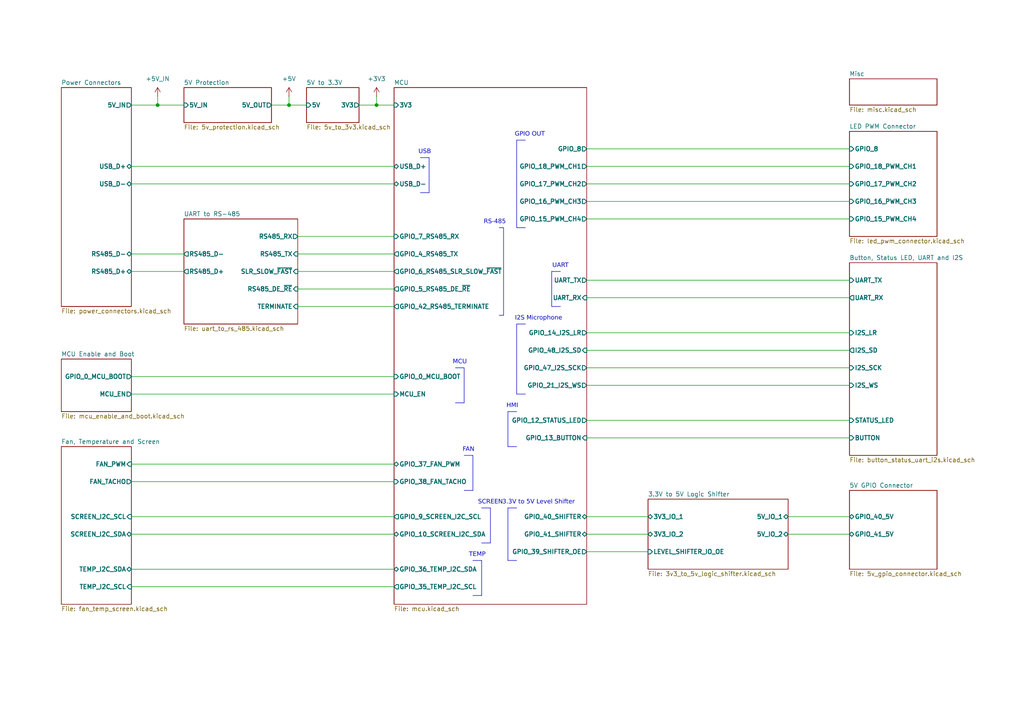
<source format=kicad_sch>
(kicad_sch (version 20231120) (generator "eeschema") (generator_version "8.0")
  (paper "A4")
  (title_block (title "AstraControl - Block Diagram") (date "2024-08-26") (rev "A") (company "LiveAstra Technologies"))
  (lib_symbols
    (symbol "LiveAstra:+5V_IN" (power) (pin_numbers hide) (pin_names (offset 0) hide)
      (property "Value" "+5V_IN" (at 0 3.556 0))
      (symbol "+5V_IN_0_1"
        (polyline (pts (xy -0.762 1.27) (xy 0 2.54)))
        (polyline (pts (xy 0 0) (xy 0 2.54)))
        (polyline (pts (xy 0 2.54) (xy 0.762 1.27)))
      )
      (symbol "+5V_IN_1_1"
        (pin power_in line (at 0 0 90) (length 0) (name "~") (number "1"))
      )
    )
    (symbol "power:+3V3" (power) (pin_numbers hide) (pin_names (offset 0) hide)
      (property "Value" "+3V3" (at 0 3.556 0))
      (symbol "+3V3_0_1"
        (polyline (pts (xy -0.762 1.27) (xy 0 2.54)))
        (polyline (pts (xy 0 0) (xy 0 2.54)))
        (polyline (pts (xy 0 2.54) (xy 0.762 1.27)))
      )
      (symbol "+3V3_1_1"
        (pin power_in line (at 0 0 90) (length 0) (name "~") (number "1"))
      )
    )
    (symbol "power:+5V" (power) (pin_numbers hide) (pin_names (offset 0) hide)
      (property "Value" "+5V" (at 0 3.556 0))
      (symbol "+5V_0_1"
        (polyline (pts (xy -0.762 1.27) (xy 0 2.54)))
        (polyline (pts (xy 0 0) (xy 0 2.54)))
        (polyline (pts (xy 0 2.54) (xy 0.762 1.27)))
      )
      (symbol "+5V_1_1"
        (pin power_in line (at 0 0 90) (length 0) (name "~") (number "1"))
      )
    )
  )
  (junction (at 109.22 30.48))
  (junction (at 83.82 30.48))
  (junction (at 45.72 30.48))
  (wire (pts (xy 38.1 139.7) (xy 114.3 139.7)))
  (wire (pts (xy 170.18 106.68) (xy 246.38 106.68)))
  (wire (pts (xy 170.18 48.26) (xy 246.38 48.26)))
  (wire (pts (xy 38.1 30.48) (xy 45.72 30.48)))
  (wire (pts (xy 86.36 88.9) (xy 114.3 88.9)))
  (wire (pts (xy 86.36 73.66) (xy 114.3 73.66)))
  (wire (pts (xy 38.1 154.94) (xy 114.3 154.94)))
  (wire (pts (xy 86.36 68.58) (xy 114.3 68.58)))
  (polyline (pts (xy 137.16 172.72) (xy 139.7 172.72)))
  (polyline (pts (xy 137.16 132.08) (xy 137.16 142.24)))
  (wire (pts (xy 38.1 73.66) (xy 53.34 73.66)))
  (polyline (pts (xy 139.7 147.32) (xy 142.24 147.32)))
  (polyline (pts (xy 134.62 106.68) (xy 134.62 116.84)))
  (polyline (pts (xy 144.78 66.04) (xy 146.05 66.04)))
  (polyline (pts (xy 149.86 66.04) (xy 152.4 66.04)))
  (polyline (pts (xy 144.78 91.44) (xy 146.05 91.44)))
  (polyline (pts (xy 124.46 45.72) (xy 124.46 55.88)))
  (wire (pts (xy 170.18 63.5) (xy 246.38 63.5)))
  (polyline (pts (xy 147.32 147.32) (xy 147.32 162.56)))
  (polyline (pts (xy 149.86 40.64) (xy 152.4 40.64)))
  (polyline (pts (xy 147.32 129.54) (xy 149.86 129.54)))
  (polyline (pts (xy 146.05 66.04) (xy 146.05 91.44)))
  (wire (pts (xy 170.18 58.42) (xy 246.38 58.42)))
  (wire (pts (xy 170.18 53.34) (xy 246.38 53.34)))
  (wire (pts (xy 170.18 86.36) (xy 246.38 86.36)))
  (polyline (pts (xy 139.7 162.56) (xy 139.7 172.72)))
  (wire (pts (xy 86.36 83.82) (xy 114.3 83.82)))
  (polyline (pts (xy 132.08 106.68) (xy 134.62 106.68)))
  (polyline (pts (xy 147.32 119.38) (xy 147.32 129.54)))
  (wire (pts (xy 170.18 154.94) (xy 187.96 154.94)))
  (polyline (pts (xy 160.02 78.74) (xy 160.02 78.74)))
  (wire (pts (xy 38.1 165.1) (xy 114.3 165.1)))
  (wire (pts (xy 45.72 27.94) (xy 45.72 30.48)))
  (wire (pts (xy 170.18 149.86) (xy 187.96 149.86)))
  (polyline (pts (xy 147.32 162.56) (xy 149.86 162.56)))
  (wire (pts (xy 38.1 114.3) (xy 114.3 114.3)))
  (wire (pts (xy 170.18 43.18) (xy 246.38 43.18)))
  (polyline (pts (xy 142.24 147.32) (xy 142.24 157.48)))
  (polyline (pts (xy 137.16 162.56) (xy 139.7 162.56)))
  (polyline (pts (xy 160.02 88.9) (xy 162.56 88.9)))
  (wire (pts (xy 83.82 27.94) (xy 83.82 30.48)))
  (wire (pts (xy 38.1 149.86) (xy 114.3 149.86)))
  (wire (pts (xy 86.36 78.74) (xy 114.3 78.74)))
  (wire (pts (xy 104.14 30.48) (xy 109.22 30.48)))
  (wire (pts (xy 228.6 154.94) (xy 246.38 154.94)))
  (polyline (pts (xy 121.92 45.72) (xy 124.46 45.72)))
  (polyline (pts (xy 147.32 119.38) (xy 149.86 119.38)))
  (wire (pts (xy 38.1 109.22) (xy 114.3 109.22)))
  (wire (pts (xy 38.1 53.34) (xy 114.3 53.34)))
  (wire (pts (xy 38.1 134.62) (xy 114.3 134.62)))
  (wire (pts (xy 45.72 30.48) (xy 53.34 30.48)))
  (polyline (pts (xy 121.92 55.88) (xy 124.46 55.88)))
  (wire (pts (xy 170.18 81.28) (xy 246.38 81.28)))
  (wire (pts (xy 83.82 30.48) (xy 88.9 30.48)))
  (wire (pts (xy 38.1 48.26) (xy 114.3 48.26)))
  (polyline (pts (xy 149.86 40.64) (xy 149.86 66.04)))
  (wire (pts (xy 38.1 78.74) (xy 53.34 78.74)))
  (wire (pts (xy 170.18 111.76) (xy 246.38 111.76)))
  (wire (pts (xy 170.18 101.6) (xy 246.38 101.6)))
  (polyline (pts (xy 139.7 157.48) (xy 142.24 157.48)))
  (wire (pts (xy 170.18 127) (xy 246.38 127)))
  (wire (pts (xy 170.18 121.92) (xy 246.38 121.92)))
  (polyline (pts (xy 134.62 142.24) (xy 137.16 142.24)))
  (wire (pts (xy 38.1 170.18) (xy 114.3 170.18)))
  (polyline (pts (xy 134.62 132.08) (xy 137.16 132.08)))
  (polyline (pts (xy 147.32 147.32) (xy 149.86 147.32)))
  (polyline (pts (xy 149.86 114.3) (xy 152.4 114.3)))
  (polyline (pts (xy 149.86 93.98) (xy 149.86 114.3)))
  (wire (pts (xy 170.18 160.02) (xy 187.96 160.02)))
  (wire (pts (xy 109.22 30.48) (xy 114.3 30.48)))
  (wire (pts (xy 109.22 27.94) (xy 109.22 30.48)))
  (wire (pts (xy 170.18 96.52) (xy 246.38 96.52)))
  (polyline (pts (xy 149.86 93.98) (xy 152.4 93.98)))
  (polyline (pts (xy 132.08 116.84) (xy 134.62 116.84)))
  (polyline (pts (xy 160.02 78.74) (xy 160.02 88.9)))
  (wire (pts (xy 228.6 149.86) (xy 246.38 149.86)))
  (polyline (pts (xy 160.02 78.74) (xy 162.56 78.74)))
  (wire (pts (xy 78.74 30.48) (xy 83.82 30.48)))
  (text "USB" (at 123.19 44.45 0) (effects (font (size 1.27 1.27))))
  (text "FAN" (at 135.89 130.81 0) (effects (font (size 1.27 1.27))))
  (text "GPIO OUT" (at 153.67 39.37 0) (effects (font (size 1.27 1.27))))
  (text "MCU" (at 133.35 105.41 0) (effects (font (size 1.27 1.27))))
  (text "3.3V to 5V Level Shifter" (at 156.21 146.05 0) (effects (font (size 1.27 1.27))))
  (text "I2S Microphone" (at 156.21 92.71 0) (effects (font (size 1.27 1.27))))
  (text "RS-485" (at 143.51 64.77 0) (effects (font (size 1.27 1.27))))
  (text "UART" (at 162.56 77.47 0) (effects (font (size 1.27 1.27))))
  (text "SCREEN" (at 142.24 146.05 0) (effects (font (size 1.27 1.27))))
  (text "HMI" (at 148.59 118.11 0) (effects (font (size 1.27 1.27))))
  (text "TEMP" (at 138.43 161.29 0) (effects (font (size 1.27 1.27))))
  (symbol (lib_id "LiveAstra:+5V_IN") (at 45.72 27.94 0) (unit 1)
    (property "Reference" "#PWR01" (effects (hide yes)))
    (property "Value" "+5V_IN" (at 45.72 22.86 0))
    (property "Description" "Power symbol creates a global label with name \"+5V_IN\"" (effects (hide yes)))
  )
  (symbol (lib_id "power:+5V") (at 83.82 27.94 0) (unit 1)
    (property "Reference" "#PWR02" (effects (hide yes)))
    (property "Value" "+5V" (at 83.82 22.86 0))
    (property "Description" "Power symbol creates a global label with name \"+5V\"" (effects (hide yes)))
  )
  (symbol (lib_id "power:+3V3") (at 109.22 27.94 0) (unit 1)
    (property "Reference" "#PWR03" (effects (hide yes)))
    (property "Value" "+3V3" (at 109.22 22.86 0))
    (property "Description" "Power symbol creates a global label with name \"+3V3\"" (effects (hide yes)))
  )
  (sheet (at 88.9 25.4) (size 15.24 10.16) (stroke (width 0.1524))
    (property "Sheetname" "5V to 3.3V" (at 88.9 24.6884 0) (effects (justify left bottom)))
    (property "Sheetfile" "5v_to_3v3.kicad_sch" (at 88.9 36.1446 0) (effects (justify left top)))
    (pin "3V3" output (at 104.14 30.48 0) (effects (font (thickness 0.254) (bold yes))))
    (pin "5V" input (at 88.9 30.48 180) (effects (font (thickness 0.254) (bold yes))))
  )
  (sheet (at 114.3 25.4) (size 55.88 149.86) (stroke (width 0.1524))
    (property "Sheetname" "MCU" (at 114.3 24.6884 0) (effects (justify left bottom)))
    (property "Sheetfile" "mcu.kicad_sch" (at 114.3 175.8446 0) (effects (justify left top)))
    (pin "3V3" input (at 114.3 30.48 180) (effects (font (thickness 0.254) (bold yes))))
    (pin "MCU_EN" input (at 114.3 114.3 180) (effects (font (thickness 0.254) (bold yes))))
    (pin "GPIO_0_MCU_BOOT" input (at 114.3 109.22 180) (effects (font (thickness 0.254) (bold yes))))
    (pin "USB_D-" bidirectional (at 114.3 53.34 180) (effects (font (thickness 0.254) (bold yes))))
    (pin "USB_D+" bidirectional (at 114.3 48.26 180) (effects (font (thickness 0.254) (bold yes))))
    (pin "UART_TX" output (at 170.18 81.28 0) (effects (font (thickness 0.254) (bold yes))))
    (pin "UART_RX" input (at 170.18 86.36 0) (effects (font (thickness 0.254) (bold yes))))
    (pin "GPIO_16_PWM_CH3" output (at 170.18 58.42 0) (effects (font (thickness 0.254) (bold yes))))
    (pin "GPIO_17_PWM_CH2" output (at 170.18 53.34 0) (effects (font (thickness 0.254) (bold yes))))
    (pin "GPIO_15_PWM_CH4" output (at 170.18 63.5 0) (effects (font (thickness 0.254) (bold yes))))
    (pin "GPIO_18_PWM_CH1" output (at 170.18 48.26 0) (effects (font (thickness 0.254) (bold yes))))
    (pin "GPIO_14_I2S_LR" output (at 170.18 96.52 0) (effects (font (thickness 0.254) (bold yes))))
    (pin "GPIO_21_I2S_WS" output (at 170.18 111.76 0) (effects (font (thickness 0.254) (bold yes))))
    (pin "GPIO_47_I2S_SCK" output (at 170.18 106.68 0) (effects (font (thickness 0.254) (bold yes))))
    (pin "GPIO_48_I2S_SD" input (at 170.18 101.6 0) (effects (font (thickness 0.254) (bold yes))))
    (pin "GPIO_13_BUTTON" input (at 170.18 127 0) (effects (font (thickness 0.254) (bold yes))))
    (pin "GPIO_12_STATUS_LED" output (at 170.18 121.92 0) (effects (font (thickness 0.254) (bold yes))))
    (pin "GPIO_9_SCREEN_I2C_SCL" output (at 114.3 149.86 180) (effects (font (thickness 0.254) (bold yes))))
    (pin "GPIO_10_SCREEN_I2C_SDA" bidirectional (at 114.3 154.94 180) (effects (font (thickness 0.254) (bold yes))))
    (pin "GPIO_38_FAN_TACHO" input (at 114.3 139.7 180) (effects (font (thickness 0.254) (bold yes))))
    (pin "GPIO_36_TEMP_I2C_SDA" bidirectional (at 114.3 165.1 180) (effects (font (thickness 0.254) (bold yes))))
    (pin "GPIO_37_FAN_PWM" bidirectional (at 114.3 134.62 180) (effects (font (thickness 0.254) (bold yes))))
    (pin "GPIO_35_TEMP_I2C_SCL" output (at 114.3 170.18 180) (effects (font (thickness 0.254) (bold yes))))
    (pin "GPIO_4_RS485_TX" output (at 114.3 73.66 180) (effects (font (thickness 0.254) (bold yes))))
    (pin "GPIO_6_RS485_SLR_SLOW_~{FAST}" output (at 114.3 78.74 180) (effects (font (thickness 0.254) (bold yes))))
    (pin "GPIO_5_RS485_DE_~{RE}" output (at 114.3 83.82 180) (effects (font (thickness 0.254) (bold yes))))
    (pin "GPIO_7_RS485_RX" input (at 114.3 68.58 180) (effects (font (thickness 0.254) (bold yes))))
    (pin "GPIO_40_SHIFTER" bidirectional (at 170.18 149.86 0) (effects (font (thickness 0.254) (bold yes))))
    (pin "GPIO_41_SHIFTER" bidirectional (at 170.18 154.94 0) (effects (font (thickness 0.254) (bold yes))))
    (pin "GPIO_42_RS485_TERMINATE" output (at 114.3 88.9 180) (effects (font (thickness 0.254) (bold yes))))
    (pin "GPIO_39_SHIFTER_OE" output (at 170.18 160.02 0) (effects (font (thickness 0.254) (bold yes))))
    (pin "GPIO_8" output (at 170.18 43.18 0) (effects (font (thickness 0.254) (bold yes))))
  )
  (sheet (at 246.38 76.2) (size 25.4 55.88) (stroke (width 0.1524))
    (property "Sheetname" "Button, Status LED, UART and I2S" (at 246.38 75.4884 0) (effects (justify left bottom)))
    (property "Sheetfile" "button_status_uart_i2s.kicad_sch" (at 246.38 132.6646 0) (effects (justify left top)))
    (pin "UART_TX" input (at 246.38 81.28 180) (effects (font (thickness 0.254) (bold yes))))
    (pin "UART_RX" output (at 246.38 86.36 180) (effects (font (thickness 0.254) (bold yes))))
    (pin "BUTTON" input (at 246.38 127 180) (effects (font (thickness 0.254) (bold yes))))
    (pin "STATUS_LED" input (at 246.38 121.92 180) (effects (font (thickness 0.254) (bold yes))))
    (pin "I2S_WS" input (at 246.38 111.76 180) (effects (font (thickness 0.254) (bold yes))))
    (pin "I2S_SCK" input (at 246.38 106.68 180) (effects (font (thickness 0.254) (bold yes))))
    (pin "I2S_LR" input (at 246.38 96.52 180) (effects (font (thickness 0.254) (bold yes))))
    (pin "I2S_SD" output (at 246.38 101.6 180) (effects (font (thickness 0.254) (bold yes))))
  )
  (sheet (at 246.38 142.24) (size 25.4 22.86) (stroke (width 0.1524))
    (property "Sheetname" "5V GPIO Connector" (at 246.38 141.5284 0) (effects (justify left bottom)))
    (property "Sheetfile" "5v_gpio_connector.kicad_sch" (at 246.38 165.6846 0) (effects (justify left top)))
    (pin "GPIO_40_5V" bidirectional (at 246.38 149.86 180) (effects (font (thickness 0.254) (bold yes))))
    (pin "GPIO_41_5V" bidirectional (at 246.38 154.94 180) (effects (font (thickness 0.254) (bold yes))))
  )
  (sheet (at 53.34 63.5) (size 33.02 30.48) (stroke (width 0.1524))
    (property "Sheetname" "UART to RS-485" (at 53.34 62.7884 0) (effects (justify left bottom)))
    (property "Sheetfile" "uart_to_rs_485.kicad_sch" (at 53.34 94.5646 0) (effects (justify left top)))
    (pin "RS485_TX" input (at 86.36 73.66 0) (effects (font (thickness 0.254) (bold yes))))
    (pin "SLR_SLOW_~{FAST}" input (at 86.36 78.74 0) (effects (font (thickness 0.254) (bold yes))))
    (pin "RS485_DE_~{RE}" input (at 86.36 83.82 0) (effects (font (thickness 0.254) (bold yes))))
    (pin "TERMINATE" input (at 86.36 88.9 0) (effects (font (thickness 0.254) (bold yes))))
    (pin "RS485_D+" output (at 53.34 78.74 180) (effects (font (thickness 0.254) (bold yes))))
    (pin "RS485_D-" output (at 53.34 73.66 180) (effects (font (thickness 0.254) (bold yes))))
    (pin "RS485_RX" output (at 86.36 68.58 0) (effects (font (thickness 0.254) (bold yes))))
  )
  (sheet (at 17.78 129.54) (size 20.32 45.72) (stroke (width 0.1524))
    (property "Sheetname" "Fan, Temperature and Screen" (at 17.78 128.8284 0) (effects (justify left bottom)))
    (property "Sheetfile" "fan_temp_screen.kicad_sch" (at 17.78 175.8446 0) (effects (justify left top)))
    (pin "SCREEN_I2C_SDA" bidirectional (at 38.1 154.94 0) (effects (font (thickness 0.254) (bold yes))))
    (pin "FAN_TACHO" output (at 38.1 139.7 0) (effects (font (thickness 0.254) (bold yes))))
    (pin "TEMP_I2C_SDA" bidirectional (at 38.1 165.1 0) (effects (font (thickness 0.254) (bold yes))))
    (pin "SCREEN_I2C_SCL" input (at 38.1 149.86 0) (effects (font (thickness 0.254) (bold yes))))
    (pin "TEMP_I2C_SCL" input (at 38.1 170.18 0) (effects (font (thickness 0.254) (bold yes))))
    (pin "FAN_PWM" input (at 38.1 134.62 0) (effects (font (thickness 0.254) (bold yes))))
  )
  (sheet (at 187.96 144.78) (size 40.64 20.32) (stroke (width 0.1524))
    (property "Sheetname" "3.3V to 5V Logic Shifter" (at 187.96 144.0684 0) (effects (justify left bottom)))
    (property "Sheetfile" "3v3_to_5v_logic_shifter.kicad_sch" (at 187.96 165.6846 0) (effects (justify left top)))
    (pin "3V3_IO_1" bidirectional (at 187.96 149.86 180) (effects (font (thickness 0.254) (bold yes))))
    (pin "3V3_IO_2" bidirectional (at 187.96 154.94 180) (effects (font (thickness 0.254) (bold yes))))
    (pin "5V_IO_2" bidirectional (at 228.6 154.94 0) (effects (font (thickness 0.254) (bold yes))))
    (pin "5V_IO_1" bidirectional (at 228.6 149.86 0) (effects (font (thickness 0.254) (bold yes))))
    (pin "LEVEL_SHIFTER_IO_OE" input (at 187.96 160.02 180) (effects (font (thickness 0.254) (bold yes))))
  )
  (sheet (at 17.78 104.14) (size 20.32 15.24) (stroke (width 0.1524))
    (property "Sheetname" "MCU Enable and Boot" (at 17.78 103.4284 0) (effects (justify left bottom)))
    (property "Sheetfile" "mcu_enable_and_boot.kicad_sch" (at 17.78 119.9646 0) (effects (justify left top)))
    (pin "MCU_EN" output (at 38.1 114.3 0) (effects (font (thickness 0.254) (bold yes))))
    (pin "GPIO_0_MCU_BOOT" output (at 38.1 109.22 0) (effects (font (thickness 0.254) (bold yes))))
  )
  (sheet (at 17.78 25.4) (size 20.32 63.5) (stroke (width 0.1524))
    (property "Sheetname" "Power Connectors" (at 17.78 24.6884 0) (effects (justify left bottom)))
    (property "Sheetfile" "power_connectors.kicad_sch" (at 17.78 89.4846 0) (effects (justify left top)))
    (pin "5V_IN" output (at 38.1 30.48 0) (effects (font (thickness 0.254) (bold yes))))
    (pin "USB_D-" bidirectional (at 38.1 53.34 0) (effects (font (thickness 0.254) (bold yes))))
    (pin "USB_D+" bidirectional (at 38.1 48.26 0) (effects (font (thickness 0.254) (bold yes))))
    (pin "RS485_D+" bidirectional (at 38.1 78.74 0) (effects (font (thickness 0.254) (bold yes))))
    (pin "RS485_D-" bidirectional (at 38.1 73.66 0) (effects (font (thickness 0.254) (bold yes))))
  )
  (sheet (at 53.34 25.4) (size 25.4 10.16) (stroke (width 0.1524))
    (property "Sheetname" "5V Protection" (at 53.34 24.6884 0) (effects (justify left bottom)))
    (property "Sheetfile" "5v_protection.kicad_sch" (at 53.34 36.1446 0) (effects (justify left top)))
    (pin "5V_IN" input (at 53.34 30.48 180) (effects (font (thickness 0.254) (bold yes))))
    (pin "5V_OUT" output (at 78.74 30.48 0) (effects (font (thickness 0.254) (bold yes))))
  )
  (sheet (at 246.38 38.1) (size 25.4 30.48) (stroke (width 0.1524))
    (property "Sheetname" "LED PWM Connector" (at 246.38 37.3884 0) (effects (justify left bottom)))
    (property "Sheetfile" "led_pwm_connector.kicad_sch" (at 246.38 69.1646 0) (effects (justify left top)))
    (pin "GPIO_17_PWM_CH2" input (at 246.38 53.34 180) (effects (font (thickness 0.254) (bold yes))))
    (pin "GPIO_18_PWM_CH1" input (at 246.38 48.26 180) (effects (font (thickness 0.254) (bold yes))))
    (pin "GPIO_15_PWM_CH4" input (at 246.38 63.5 180) (effects (font (thickness 0.254) (bold yes))))
    (pin "GPIO_16_PWM_CH3" input (at 246.38 58.42 180) (effects (font (thickness 0.254) (bold yes))))
    (pin "GPIO_8" input (at 246.38 43.18 180) (effects (font (thickness 0.254) (bold yes))))
  )
  (sheet (at 246.38 22.86) (size 25.4 7.62) (stroke (width 0.1524))
    (property "Sheetname" "Misc" (at 246.38 22.1484 0) (effects (justify left bottom)))
    (property "Sheetfile" "misc.kicad_sch" (at 246.38 31.0646 0) (effects (justify left top)))
  )
)
</source>
